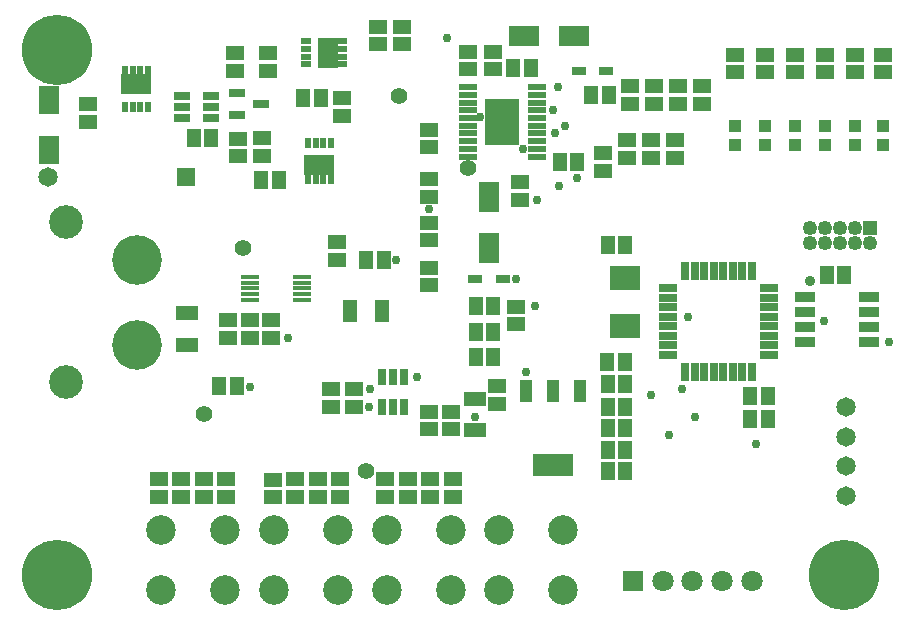
<source format=gts>
G04*
G04 #@! TF.GenerationSoftware,Altium Limited,Altium Designer,20.1.11 (218)*
G04*
G04 Layer_Color=8388736*
%FSLAX25Y25*%
%MOIN*%
G70*
G04*
G04 #@! TF.SameCoordinates,7BCCE59C-3DE7-4F21-A10E-2C10B2644855*
G04*
G04*
G04 #@! TF.FilePolarity,Negative*
G04*
G01*
G75*
%ADD40R,0.10039X0.08071*%
%ADD41R,0.04331X0.04134*%
%ADD42R,0.06102X0.04921*%
%ADD43R,0.04921X0.06102*%
%ADD44R,0.06693X0.03347*%
%ADD45R,0.04921X0.07284*%
%ADD46R,0.02953X0.05315*%
%ADD47R,0.11378X0.15787*%
%ADD48R,0.06299X0.02362*%
%ADD49R,0.07284X0.04921*%
%ADD50R,0.02244X0.03347*%
%ADD51R,0.09921X0.06693*%
%ADD52R,0.03347X0.02244*%
%ADD53R,0.06693X0.09921*%
%ADD54R,0.04331X0.07480*%
%ADD55R,0.13189X0.07480*%
%ADD56R,0.06102X0.01772*%
%ADD57R,0.06398X0.02953*%
%ADD58R,0.02953X0.06398*%
%ADD59R,0.05512X0.02953*%
%ADD60R,0.05315X0.02953*%
%ADD61R,0.06693X0.09843*%
%ADD62R,0.09843X0.06693*%
%ADD63R,0.04921X0.02559*%
%ADD64R,0.06693X0.09646*%
%ADD65C,0.09862*%
%ADD66C,0.23425*%
%ADD67C,0.06496*%
%ADD68C,0.04921*%
%ADD69R,0.04921X0.04921*%
%ADD70R,0.07087X0.07087*%
%ADD71C,0.07087*%
%ADD72C,0.11221*%
%ADD73C,0.16535*%
%ADD74R,0.06496X0.06496*%
%ADD75C,0.02953*%
%ADD76C,0.03591*%
%ADD77C,0.05591*%
D40*
X202000Y111571D02*
D03*
Y95429D02*
D03*
D41*
X238500Y155850D02*
D03*
Y162150D02*
D03*
X248500Y155850D02*
D03*
Y162150D02*
D03*
X258500Y155850D02*
D03*
Y162150D02*
D03*
X268500Y155850D02*
D03*
Y162150D02*
D03*
X278500Y155850D02*
D03*
Y162150D02*
D03*
X288000Y155850D02*
D03*
Y162150D02*
D03*
D42*
X238500Y185906D02*
D03*
Y180000D02*
D03*
X248500Y185953D02*
D03*
Y180047D02*
D03*
X278500Y185953D02*
D03*
Y180047D02*
D03*
X288000Y185906D02*
D03*
Y180000D02*
D03*
X268500Y185906D02*
D03*
Y180000D02*
D03*
X258500Y185953D02*
D03*
Y180047D02*
D03*
X144000Y61047D02*
D03*
Y66953D02*
D03*
X136500Y66953D02*
D03*
Y61047D02*
D03*
X111500Y68547D02*
D03*
Y74453D02*
D03*
X104000Y68547D02*
D03*
Y74453D02*
D03*
X218500Y157500D02*
D03*
Y151594D02*
D03*
X219500Y169500D02*
D03*
Y175406D02*
D03*
X165500Y96047D02*
D03*
Y101953D02*
D03*
X84000Y97453D02*
D03*
Y91547D02*
D03*
X167000Y137547D02*
D03*
Y143453D02*
D03*
X158000Y181047D02*
D03*
Y186953D02*
D03*
X136500Y124000D02*
D03*
Y129905D02*
D03*
Y138594D02*
D03*
Y144500D02*
D03*
X136500Y155047D02*
D03*
Y160953D02*
D03*
X227500Y169547D02*
D03*
Y175453D02*
D03*
X73000Y152047D02*
D03*
Y157953D02*
D03*
X83000Y180595D02*
D03*
Y186500D02*
D03*
X72000Y180547D02*
D03*
Y186453D02*
D03*
X107500Y165594D02*
D03*
Y171500D02*
D03*
X54000Y38547D02*
D03*
Y44453D02*
D03*
X46500Y38547D02*
D03*
Y44453D02*
D03*
X122000Y44500D02*
D03*
Y38594D02*
D03*
X129500Y44500D02*
D03*
Y38594D02*
D03*
X137000Y38500D02*
D03*
Y44405D02*
D03*
X144500Y38500D02*
D03*
Y44405D02*
D03*
X77000Y97453D02*
D03*
Y91547D02*
D03*
X159350Y69595D02*
D03*
Y75500D02*
D03*
X106000Y123406D02*
D03*
Y117500D02*
D03*
X69500Y91547D02*
D03*
Y97453D02*
D03*
X107000Y44405D02*
D03*
Y38500D02*
D03*
X99500Y44405D02*
D03*
Y38500D02*
D03*
X92000Y38453D02*
D03*
Y44358D02*
D03*
X84500Y38405D02*
D03*
Y44311D02*
D03*
X69000Y44453D02*
D03*
Y38547D02*
D03*
X61500Y44453D02*
D03*
Y38547D02*
D03*
X202500Y151547D02*
D03*
Y157453D02*
D03*
X194500Y147095D02*
D03*
Y153000D02*
D03*
X203500Y175500D02*
D03*
Y169595D02*
D03*
X210500Y151500D02*
D03*
Y157405D02*
D03*
X211500Y175453D02*
D03*
Y169547D02*
D03*
X136500Y114953D02*
D03*
Y109047D02*
D03*
X149500Y186953D02*
D03*
Y181047D02*
D03*
X81000Y152094D02*
D03*
Y158000D02*
D03*
X119502Y195237D02*
D03*
Y189331D02*
D03*
X127582Y195237D02*
D03*
Y189331D02*
D03*
X23000Y169453D02*
D03*
Y163547D02*
D03*
D43*
X196047Y76000D02*
D03*
X201953D02*
D03*
X243547Y64500D02*
D03*
X249453D02*
D03*
X269047Y112500D02*
D03*
X274953D02*
D03*
X196047Y61500D02*
D03*
X201953D02*
D03*
X201953Y54000D02*
D03*
X196047D02*
D03*
X121405Y117500D02*
D03*
X115500D02*
D03*
X66594Y75500D02*
D03*
X72500D02*
D03*
X157953Y102000D02*
D03*
X152047D02*
D03*
X80594Y144000D02*
D03*
X86500D02*
D03*
X100406Y171500D02*
D03*
X94500D02*
D03*
X196000Y83500D02*
D03*
X201905D02*
D03*
X196047Y122500D02*
D03*
X201953D02*
D03*
X196047Y68500D02*
D03*
X201953D02*
D03*
X249453Y72000D02*
D03*
X243547D02*
D03*
X196047Y47000D02*
D03*
X201953D02*
D03*
X196500Y172500D02*
D03*
X190594D02*
D03*
X158000Y85000D02*
D03*
X152094D02*
D03*
X157953Y93500D02*
D03*
X152047D02*
D03*
X185953Y150000D02*
D03*
X180047D02*
D03*
X164594Y181500D02*
D03*
X170500D02*
D03*
X63953Y158000D02*
D03*
X58047D02*
D03*
D44*
X283228Y105000D02*
D03*
Y100000D02*
D03*
Y95000D02*
D03*
Y90000D02*
D03*
X261772D02*
D03*
Y95000D02*
D03*
Y100000D02*
D03*
Y105000D02*
D03*
D45*
X110185Y100500D02*
D03*
X120815D02*
D03*
D46*
X128240Y68579D02*
D03*
X124500D02*
D03*
X120760D02*
D03*
Y78421D02*
D03*
X124500D02*
D03*
X128240D02*
D03*
D47*
X161000Y163500D02*
D03*
D48*
X172516Y175016D02*
D03*
Y172457D02*
D03*
Y169898D02*
D03*
Y167339D02*
D03*
Y164779D02*
D03*
Y162221D02*
D03*
Y159661D02*
D03*
Y157102D02*
D03*
Y154543D02*
D03*
Y151984D02*
D03*
X149484D02*
D03*
Y154543D02*
D03*
Y157102D02*
D03*
Y159661D02*
D03*
Y162221D02*
D03*
Y164779D02*
D03*
Y167339D02*
D03*
Y169898D02*
D03*
Y172457D02*
D03*
Y175016D02*
D03*
D49*
X56000Y99815D02*
D03*
Y89185D02*
D03*
X152000Y71315D02*
D03*
Y60685D02*
D03*
D50*
X103839Y156382D02*
D03*
X101279D02*
D03*
X98721D02*
D03*
X96161D02*
D03*
Y144571D02*
D03*
X98721D02*
D03*
X101279D02*
D03*
X103839D02*
D03*
X35161Y168618D02*
D03*
X37721D02*
D03*
X40279D02*
D03*
X42839D02*
D03*
Y180429D02*
D03*
X40279D02*
D03*
X37721D02*
D03*
X35161D02*
D03*
D51*
X100000Y149000D02*
D03*
X39000Y176000D02*
D03*
D52*
X95618Y190339D02*
D03*
Y187779D02*
D03*
Y185221D02*
D03*
Y182661D02*
D03*
X107429D02*
D03*
Y185221D02*
D03*
Y187779D02*
D03*
Y190339D02*
D03*
D53*
X103000Y186500D02*
D03*
D54*
X186906Y73902D02*
D03*
X177850D02*
D03*
X168795D02*
D03*
D55*
X177850Y49098D02*
D03*
D56*
X94161Y104063D02*
D03*
Y106032D02*
D03*
Y108000D02*
D03*
Y109968D02*
D03*
Y111937D02*
D03*
X76839D02*
D03*
Y109968D02*
D03*
Y108000D02*
D03*
Y106032D02*
D03*
Y104063D02*
D03*
D57*
X216315Y108024D02*
D03*
Y104874D02*
D03*
Y101724D02*
D03*
Y98575D02*
D03*
Y95425D02*
D03*
Y92276D02*
D03*
Y89126D02*
D03*
Y85976D02*
D03*
X249685D02*
D03*
Y89126D02*
D03*
Y92276D02*
D03*
Y95425D02*
D03*
Y98575D02*
D03*
Y101724D02*
D03*
Y104874D02*
D03*
Y108024D02*
D03*
D58*
X221976Y80315D02*
D03*
X225126D02*
D03*
X228276D02*
D03*
X231425D02*
D03*
X234575D02*
D03*
X237724D02*
D03*
X240874D02*
D03*
X244024D02*
D03*
Y113685D02*
D03*
X240874D02*
D03*
X237724D02*
D03*
X234575D02*
D03*
X231425D02*
D03*
X228276D02*
D03*
X225126D02*
D03*
X221976D02*
D03*
D59*
X80634Y169500D02*
D03*
X72366Y165760D02*
D03*
Y173240D02*
D03*
D60*
X54079Y164760D02*
D03*
Y168500D02*
D03*
Y172240D02*
D03*
X63921D02*
D03*
Y168500D02*
D03*
Y164760D02*
D03*
D61*
X156500Y138465D02*
D03*
Y121535D02*
D03*
D62*
X168035Y192000D02*
D03*
X184965D02*
D03*
D63*
X151972Y111000D02*
D03*
X161028D02*
D03*
X186472Y180500D02*
D03*
X195528D02*
D03*
D64*
X10000Y170965D02*
D03*
Y154035D02*
D03*
D65*
X85000Y27484D02*
D03*
X106260D02*
D03*
X85000Y7406D02*
D03*
X106260D02*
D03*
X160000Y27579D02*
D03*
X181260D02*
D03*
X160000Y7500D02*
D03*
X181260D02*
D03*
X122500Y27579D02*
D03*
X143760D02*
D03*
X122500Y7500D02*
D03*
X143760D02*
D03*
X47350Y27500D02*
D03*
X68610D02*
D03*
X47350Y7421D02*
D03*
X68610D02*
D03*
D66*
X275000Y12500D02*
D03*
X12500Y187500D02*
D03*
Y12500D02*
D03*
D67*
X275500Y68343D02*
D03*
Y58500D02*
D03*
Y48658D02*
D03*
Y38815D02*
D03*
X9567Y145000D02*
D03*
D68*
X263500Y123000D02*
D03*
Y128000D02*
D03*
X268500Y123000D02*
D03*
Y128000D02*
D03*
X273500Y123000D02*
D03*
Y128000D02*
D03*
X278500Y123000D02*
D03*
Y128000D02*
D03*
X283500Y123000D02*
D03*
D69*
Y128000D02*
D03*
D70*
X204658Y10500D02*
D03*
D71*
X214500D02*
D03*
X224342D02*
D03*
X234185D02*
D03*
X244028D02*
D03*
D72*
X15500Y76850D02*
D03*
Y130000D02*
D03*
D73*
X39122Y117598D02*
D03*
Y89252D02*
D03*
D74*
X55433Y145000D02*
D03*
D75*
X151700Y65300D02*
D03*
X225200Y65100D02*
D03*
X178370Y159710D02*
D03*
X172500Y137500D02*
D03*
X180000Y142000D02*
D03*
X185953Y144953D02*
D03*
X290000Y90000D02*
D03*
X245500Y56000D02*
D03*
X116500Y68500D02*
D03*
X117000Y74500D02*
D03*
X216496Y59203D02*
D03*
X77000Y75000D02*
D03*
X223000Y98500D02*
D03*
X89500Y91500D02*
D03*
X132579Y78421D02*
D03*
X268062Y97265D02*
D03*
X210500Y72500D02*
D03*
X168927Y80232D02*
D03*
X177927Y167339D02*
D03*
X221000Y74500D02*
D03*
X172000Y102000D02*
D03*
X165500Y111000D02*
D03*
X125500Y117500D02*
D03*
X181845Y162218D02*
D03*
X168000Y154500D02*
D03*
X153500Y165000D02*
D03*
X142500Y191500D02*
D03*
X179500Y175000D02*
D03*
X136500Y134500D02*
D03*
D76*
X263500Y110500D02*
D03*
D77*
X115500Y47000D02*
D03*
X61500Y66000D02*
D03*
X74500Y121500D02*
D03*
X149500Y148000D02*
D03*
X126500Y172000D02*
D03*
M02*

</source>
